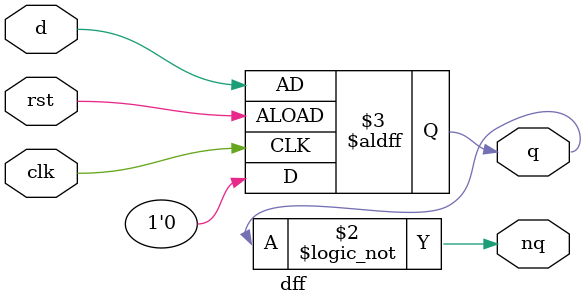
<source format=sv>
module tank (
  input clk, rst, a, b,
  output s);
  wire activate;
  //module dff(input clk, rst, d, output reg q, nq);
  dff q0 (clk, rst, activate, s);  
  assign activate = ~a | s & ~b;
endmodule
 
// Flip-flop D
module dff(
	input clk, rst, d,
	output reg q, nq);
 
  always@(posedge clk or negedge rst)
      if (rst)
        q = 0;
      else
        q = d;
  assign nq = !q;
endmodule

</source>
